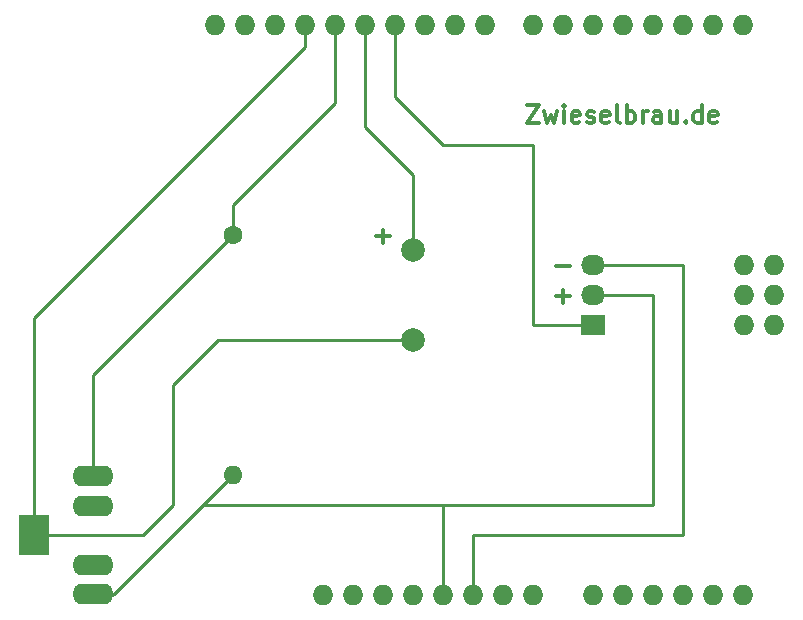
<source format=gbr>
%TF.GenerationSoftware,KiCad,Pcbnew,(6.0.4)*%
%TF.CreationDate,2022-04-14T17:01:16+02:00*%
%TF.ProjectId,KiCad_ArduinoUnoR3ProtoShield,4b694361-645f-4417-9264-75696e6f556e,rev?*%
%TF.SameCoordinates,Original*%
%TF.FileFunction,Copper,L1,Top*%
%TF.FilePolarity,Positive*%
%FSLAX46Y46*%
G04 Gerber Fmt 4.6, Leading zero omitted, Abs format (unit mm)*
G04 Created by KiCad (PCBNEW (6.0.4)) date 2022-04-14 17:01:16*
%MOMM*%
%LPD*%
G01*
G04 APERTURE LIST*
%ADD10C,0.300000*%
%TA.AperFunction,NonConductor*%
%ADD11C,0.300000*%
%TD*%
%TA.AperFunction,ComponentPad*%
%ADD12O,1.727200X1.727200*%
%TD*%
%TA.AperFunction,ComponentPad*%
%ADD13C,1.600000*%
%TD*%
%TA.AperFunction,ComponentPad*%
%ADD14O,1.600000X1.600000*%
%TD*%
%TA.AperFunction,ComponentPad*%
%ADD15C,2.000000*%
%TD*%
%TA.AperFunction,ComponentPad*%
%ADD16R,2.500000X3.500000*%
%TD*%
%TA.AperFunction,ComponentPad*%
%ADD17O,3.500000X1.750000*%
%TD*%
%TA.AperFunction,ComponentPad*%
%ADD18O,2.032000X1.727200*%
%TD*%
%TA.AperFunction,ComponentPad*%
%ADD19R,2.032000X1.727200*%
%TD*%
%TA.AperFunction,Conductor*%
%ADD20C,0.250000*%
%TD*%
G04 APERTURE END LIST*
D10*
D11*
X156992857Y-82998571D02*
X157992857Y-82998571D01*
X156992857Y-84498571D01*
X157992857Y-84498571D01*
X158421428Y-83498571D02*
X158707142Y-84498571D01*
X158992857Y-83784285D01*
X159278571Y-84498571D01*
X159564285Y-83498571D01*
X160135714Y-84498571D02*
X160135714Y-83498571D01*
X160135714Y-82998571D02*
X160064285Y-83070000D01*
X160135714Y-83141428D01*
X160207142Y-83070000D01*
X160135714Y-82998571D01*
X160135714Y-83141428D01*
X161421428Y-84427142D02*
X161278571Y-84498571D01*
X160992857Y-84498571D01*
X160850000Y-84427142D01*
X160778571Y-84284285D01*
X160778571Y-83712857D01*
X160850000Y-83570000D01*
X160992857Y-83498571D01*
X161278571Y-83498571D01*
X161421428Y-83570000D01*
X161492857Y-83712857D01*
X161492857Y-83855714D01*
X160778571Y-83998571D01*
X162064285Y-84427142D02*
X162207142Y-84498571D01*
X162492857Y-84498571D01*
X162635714Y-84427142D01*
X162707142Y-84284285D01*
X162707142Y-84212857D01*
X162635714Y-84070000D01*
X162492857Y-83998571D01*
X162278571Y-83998571D01*
X162135714Y-83927142D01*
X162064285Y-83784285D01*
X162064285Y-83712857D01*
X162135714Y-83570000D01*
X162278571Y-83498571D01*
X162492857Y-83498571D01*
X162635714Y-83570000D01*
X163921428Y-84427142D02*
X163778571Y-84498571D01*
X163492857Y-84498571D01*
X163350000Y-84427142D01*
X163278571Y-84284285D01*
X163278571Y-83712857D01*
X163350000Y-83570000D01*
X163492857Y-83498571D01*
X163778571Y-83498571D01*
X163921428Y-83570000D01*
X163992857Y-83712857D01*
X163992857Y-83855714D01*
X163278571Y-83998571D01*
X164850000Y-84498571D02*
X164707142Y-84427142D01*
X164635714Y-84284285D01*
X164635714Y-82998571D01*
X165421428Y-84498571D02*
X165421428Y-82998571D01*
X165421428Y-83570000D02*
X165564285Y-83498571D01*
X165850000Y-83498571D01*
X165992857Y-83570000D01*
X166064285Y-83641428D01*
X166135714Y-83784285D01*
X166135714Y-84212857D01*
X166064285Y-84355714D01*
X165992857Y-84427142D01*
X165850000Y-84498571D01*
X165564285Y-84498571D01*
X165421428Y-84427142D01*
X166778571Y-84498571D02*
X166778571Y-83498571D01*
X166778571Y-83784285D02*
X166850000Y-83641428D01*
X166921428Y-83570000D01*
X167064285Y-83498571D01*
X167207142Y-83498571D01*
X168350000Y-84498571D02*
X168350000Y-83712857D01*
X168278571Y-83570000D01*
X168135714Y-83498571D01*
X167850000Y-83498571D01*
X167707142Y-83570000D01*
X168350000Y-84427142D02*
X168207142Y-84498571D01*
X167850000Y-84498571D01*
X167707142Y-84427142D01*
X167635714Y-84284285D01*
X167635714Y-84141428D01*
X167707142Y-83998571D01*
X167850000Y-83927142D01*
X168207142Y-83927142D01*
X168350000Y-83855714D01*
X169707142Y-83498571D02*
X169707142Y-84498571D01*
X169064285Y-83498571D02*
X169064285Y-84284285D01*
X169135714Y-84427142D01*
X169278571Y-84498571D01*
X169492857Y-84498571D01*
X169635714Y-84427142D01*
X169707142Y-84355714D01*
X170421428Y-84355714D02*
X170492857Y-84427142D01*
X170421428Y-84498571D01*
X170350000Y-84427142D01*
X170421428Y-84355714D01*
X170421428Y-84498571D01*
X171778571Y-84498571D02*
X171778571Y-82998571D01*
X171778571Y-84427142D02*
X171635714Y-84498571D01*
X171350000Y-84498571D01*
X171207142Y-84427142D01*
X171135714Y-84355714D01*
X171064285Y-84212857D01*
X171064285Y-83784285D01*
X171135714Y-83641428D01*
X171207142Y-83570000D01*
X171350000Y-83498571D01*
X171635714Y-83498571D01*
X171778571Y-83570000D01*
X173064285Y-84427142D02*
X172921428Y-84498571D01*
X172635714Y-84498571D01*
X172492857Y-84427142D01*
X172421428Y-84284285D01*
X172421428Y-83712857D01*
X172492857Y-83570000D01*
X172635714Y-83498571D01*
X172921428Y-83498571D01*
X173064285Y-83570000D01*
X173135714Y-83712857D01*
X173135714Y-83855714D01*
X172421428Y-83998571D01*
D10*
D11*
X144208571Y-94087142D02*
X145351428Y-94087142D01*
X144780000Y-94658571D02*
X144780000Y-93515714D01*
D10*
D11*
X159448571Y-96627142D02*
X160591428Y-96627142D01*
D10*
D11*
X159448571Y-99167142D02*
X160591428Y-99167142D01*
X160020000Y-99738571D02*
X160020000Y-98595714D01*
D12*
%TO.P,Arduino UNO R3 Proto Shield,RST2*%
%TO.N,N/C*%
X175387000Y-101600000D03*
%TO.P,Arduino UNO R3 Proto Shield,GND4*%
X177927000Y-101600000D03*
%TO.P,Arduino UNO R3 Proto Shield,MOSI*%
X177927000Y-99060000D03*
%TO.P,Arduino UNO R3 Proto Shield,SCK*%
X175387000Y-99060000D03*
%TO.P,Arduino UNO R3 Proto Shield,5V2*%
X177927000Y-96520000D03*
%TO.P,Arduino UNO R3 Proto Shield,A0*%
X162560000Y-124460000D03*
%TO.P,Arduino UNO R3 Proto Shield,VIN*%
X157480000Y-124460000D03*
%TO.P,Arduino UNO R3 Proto Shield,GND3*%
X154940000Y-124460000D03*
%TO.P,Arduino UNO R3 Proto Shield,GND2*%
X152400000Y-124460000D03*
%TO.P,Arduino UNO R3 Proto Shield,5V1*%
X149860000Y-124460000D03*
%TO.P,Arduino UNO R3 Proto Shield,3V3*%
X147320000Y-124460000D03*
%TO.P,Arduino UNO R3 Proto Shield,RST1*%
X144780000Y-124460000D03*
%TO.P,Arduino UNO R3 Proto Shield,IORF*%
X142240000Y-124460000D03*
%TO.P,Arduino UNO R3 Proto Shield,D0*%
X175260000Y-76200000D03*
%TO.P,Arduino UNO R3 Proto Shield,D1*%
X172720000Y-76200000D03*
%TO.P,Arduino UNO R3 Proto Shield,D2*%
X170180000Y-76200000D03*
%TO.P,Arduino UNO R3 Proto Shield,D3*%
X167640000Y-76200000D03*
%TO.P,Arduino UNO R3 Proto Shield,D4*%
X165100000Y-76200000D03*
%TO.P,Arduino UNO R3 Proto Shield,D5*%
X162560000Y-76200000D03*
%TO.P,Arduino UNO R3 Proto Shield,D6*%
X160020000Y-76200000D03*
%TO.P,Arduino UNO R3 Proto Shield,D7*%
X157480000Y-76200000D03*
%TO.P,Arduino UNO R3 Proto Shield,GND1*%
X138176000Y-76200000D03*
%TO.P,Arduino UNO R3 Proto Shield,D8*%
X153416000Y-76200000D03*
%TO.P,Arduino UNO R3 Proto Shield,D9*%
X150876000Y-76200000D03*
%TO.P,Arduino UNO R3 Proto Shield,D10*%
X148336000Y-76200000D03*
%TO.P,Arduino UNO R3 Proto Shield,SCL*%
X130556000Y-76200000D03*
%TO.P,Arduino UNO R3 Proto Shield,SDA*%
X133096000Y-76200000D03*
%TO.P,Arduino UNO R3 Proto Shield,AREF*%
X135636000Y-76200000D03*
%TO.P,Arduino UNO R3 Proto Shield,D13*%
X140716000Y-76200000D03*
%TO.P,Arduino UNO R3 Proto Shield,D12*%
X143256000Y-76200000D03*
%TO.P,Arduino UNO R3 Proto Shield,D11*%
X145796000Y-76200000D03*
%TO.P,Arduino UNO R3 Proto Shield,*%
%TO.N,*%
X139700000Y-124460000D03*
%TO.P,Arduino UNO R3 Proto Shield,A1*%
%TO.N,N/C*%
X165100000Y-124460000D03*
%TO.P,Arduino UNO R3 Proto Shield,A2*%
X167640000Y-124460000D03*
%TO.P,Arduino UNO R3 Proto Shield,A3*%
X170180000Y-124460000D03*
%TO.P,Arduino UNO R3 Proto Shield,A4*%
X172720000Y-124460000D03*
%TO.P,Arduino UNO R3 Proto Shield,A5*%
X175260000Y-124460000D03*
%TO.P,Arduino UNO R3 Proto Shield,MISO*%
X175387000Y-96520000D03*
%TD*%
D13*
%TO.P,R4\u002C7K,1*%
%TO.N,N/C*%
X132080000Y-93980000D03*
D14*
%TO.P,R4\u002C7K,2*%
X132080000Y-114300000D03*
%TD*%
D15*
%TO.P,Piezzo,1*%
%TO.N,N/C*%
X147330000Y-102870000D03*
%TO.P,Piezzo,2*%
X147310000Y-95250000D03*
%TD*%
D16*
%TO.P,Stereo3\u002C5,1*%
%TO.N,N/C*%
X115244000Y-119380000D03*
D17*
%TO.P,Stereo3\u002C5,2*%
X120250000Y-114380000D03*
%TO.P,Stereo3\u002C5,5*%
X120250000Y-124380000D03*
%TO.P,Stereo3\u002C5,3*%
X120250000Y-116880000D03*
%TO.P,Stereo3\u002C5,4*%
X120250000Y-121880000D03*
%TD*%
D18*
%TO.P,TR433MHz,3*%
%TO.N,N/C*%
X162560000Y-96520000D03*
%TO.P,TR433MHz,2*%
X162560000Y-99060000D03*
D19*
%TO.P,TR433MHz,1*%
X162560000Y-101600000D03*
%TD*%
D20*
%TO.N,*%
X122000000Y-124380000D02*
X120250000Y-124380000D01*
X122000000Y-124380000D02*
X132080000Y-114300000D01*
X124460000Y-119380000D02*
X115244000Y-119380000D01*
X127000000Y-116840000D02*
X124460000Y-119380000D01*
X138176000Y-78088000D02*
X115244000Y-101020000D01*
X138176000Y-76200000D02*
X138176000Y-78088000D01*
X115244000Y-101020000D02*
X115244000Y-119380000D01*
X120250000Y-105810000D02*
X120250000Y-114380000D01*
X132080000Y-93980000D02*
X120250000Y-105810000D01*
X120330000Y-124460000D02*
X121920000Y-124460000D01*
X130810000Y-102870000D02*
X127000000Y-106680000D01*
X147330000Y-102870000D02*
X130810000Y-102870000D01*
X127000000Y-106680000D02*
X127000000Y-116840000D01*
X143256000Y-84836000D02*
X143256000Y-76200000D01*
X147310000Y-88890000D02*
X143256000Y-84836000D01*
X147310000Y-95250000D02*
X147310000Y-88890000D01*
X170180000Y-96520000D02*
X162560000Y-96520000D01*
X170180000Y-119380000D02*
X170180000Y-96520000D01*
X157480000Y-101600000D02*
X162560000Y-101600000D01*
X157480000Y-86360000D02*
X157480000Y-101600000D01*
X149860000Y-86360000D02*
X157480000Y-86360000D01*
X145796000Y-82296000D02*
X149860000Y-86360000D01*
X145796000Y-76200000D02*
X145796000Y-82296000D01*
X167640000Y-99060000D02*
X162560000Y-99060000D01*
X167640000Y-116840000D02*
X167640000Y-99060000D01*
X170180000Y-119380000D02*
X152400000Y-119380000D01*
X152400000Y-119380000D02*
X152400000Y-124460000D01*
X129540000Y-116840000D02*
X167640000Y-116840000D01*
X140716000Y-82804000D02*
X140716000Y-76200000D01*
X132080000Y-91440000D02*
X140716000Y-82804000D01*
X132080000Y-93980000D02*
X132080000Y-91440000D01*
X149860000Y-116840000D02*
X149860000Y-124460000D01*
%TD*%
M02*

</source>
